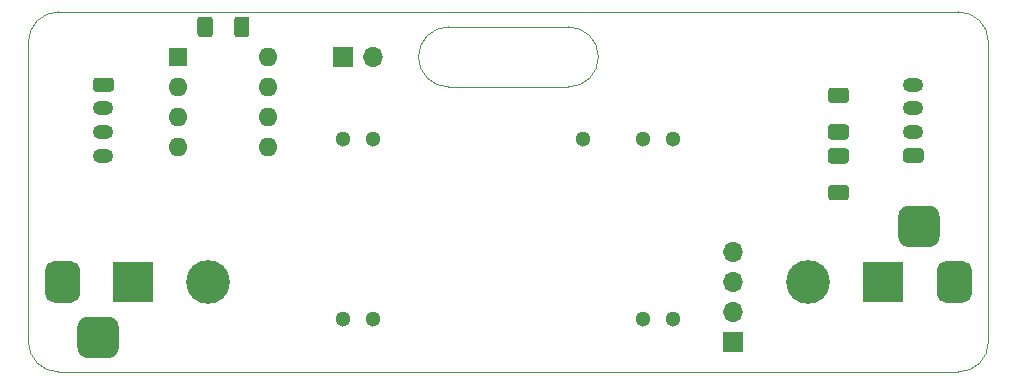
<source format=gbr>
%TF.GenerationSoftware,KiCad,Pcbnew,5.1.8+dfsg1-1+b1*%
%TF.CreationDate,2021-01-25T11:41:01-06:00*%
%TF.ProjectId,driver,64726976-6572-42e6-9b69-6361645f7063,1.0.0*%
%TF.SameCoordinates,Original*%
%TF.FileFunction,Soldermask,Bot*%
%TF.FilePolarity,Negative*%
%FSLAX46Y46*%
G04 Gerber Fmt 4.6, Leading zero omitted, Abs format (unit mm)*
G04 Created by KiCad (PCBNEW 5.1.8+dfsg1-1+b1) date 2021-01-25 11:41:01*
%MOMM*%
%LPD*%
G01*
G04 APERTURE LIST*
%TA.AperFunction,Profile*%
%ADD10C,0.100000*%
%TD*%
%ADD11O,1.750000X1.200000*%
%ADD12C,3.700000*%
%ADD13C,1.300000*%
%ADD14R,3.500000X3.500000*%
%ADD15O,1.600000X1.600000*%
%ADD16R,1.600000X1.600000*%
%ADD17O,1.700000X1.700000*%
%ADD18R,1.700000X1.700000*%
G04 APERTURE END LIST*
D10*
X121920000Y-85090000D02*
G75*
G02*
X119380000Y-82550000I0J2540000D01*
G01*
X165100000Y-78740000D02*
X88900000Y-78740000D01*
X119380000Y-82550000D02*
G75*
G02*
X121920000Y-80010000I2540000J0D01*
G01*
X132080000Y-80010000D02*
G75*
G02*
X134620000Y-82550000I0J-2540000D01*
G01*
X134620000Y-82550000D02*
G75*
G02*
X132080000Y-85090000I-2540000J0D01*
G01*
X132080000Y-80010000D02*
X121920000Y-80010000D01*
X132080000Y-85090000D02*
X121920000Y-85090000D01*
X165100000Y-109220000D02*
X88900000Y-109220000D01*
X86360000Y-81280000D02*
X86360000Y-106680000D01*
X167640000Y-106680000D02*
X167640000Y-81280000D01*
X86360000Y-81280000D02*
G75*
G02*
X88900000Y-78740000I2540000J0D01*
G01*
X88900000Y-109220000D02*
G75*
G02*
X86360000Y-106680000I0J2540000D01*
G01*
X167640000Y-106680000D02*
G75*
G02*
X165100000Y-109220000I-2540000J0D01*
G01*
X165100000Y-78740000D02*
G75*
G02*
X167640000Y-81280000I0J-2540000D01*
G01*
D11*
%TO.C,J1*%
X161290000Y-84900000D03*
X161290000Y-86900000D03*
X161290000Y-88900000D03*
G36*
G01*
X161915001Y-91500000D02*
X160664999Y-91500000D01*
G75*
G02*
X160415000Y-91250001I0J249999D01*
G01*
X160415000Y-90549999D01*
G75*
G02*
X160664999Y-90300000I249999J0D01*
G01*
X161915001Y-90300000D01*
G75*
G02*
X162165000Y-90549999I0J-249999D01*
G01*
X162165000Y-91250001D01*
G75*
G02*
X161915001Y-91500000I-249999J0D01*
G01*
G37*
%TD*%
%TO.C,R4*%
G36*
G01*
X155565001Y-91582000D02*
X154314999Y-91582000D01*
G75*
G02*
X154065000Y-91332001I0J249999D01*
G01*
X154065000Y-90531999D01*
G75*
G02*
X154314999Y-90282000I249999J0D01*
G01*
X155565001Y-90282000D01*
G75*
G02*
X155815000Y-90531999I0J-249999D01*
G01*
X155815000Y-91332001D01*
G75*
G02*
X155565001Y-91582000I-249999J0D01*
G01*
G37*
G36*
G01*
X155565001Y-94682000D02*
X154314999Y-94682000D01*
G75*
G02*
X154065000Y-94432001I0J249999D01*
G01*
X154065000Y-93631999D01*
G75*
G02*
X154314999Y-93382000I249999J0D01*
G01*
X155565001Y-93382000D01*
G75*
G02*
X155815000Y-93631999I0J-249999D01*
G01*
X155815000Y-94432001D01*
G75*
G02*
X155565001Y-94682000I-249999J0D01*
G01*
G37*
%TD*%
%TO.C,R3*%
G36*
G01*
X101970000Y-79384999D02*
X101970000Y-80635001D01*
G75*
G02*
X101720001Y-80885000I-249999J0D01*
G01*
X100919999Y-80885000D01*
G75*
G02*
X100670000Y-80635001I0J249999D01*
G01*
X100670000Y-79384999D01*
G75*
G02*
X100919999Y-79135000I249999J0D01*
G01*
X101720001Y-79135000D01*
G75*
G02*
X101970000Y-79384999I0J-249999D01*
G01*
G37*
G36*
G01*
X105070000Y-79384999D02*
X105070000Y-80635001D01*
G75*
G02*
X104820001Y-80885000I-249999J0D01*
G01*
X104019999Y-80885000D01*
G75*
G02*
X103770000Y-80635001I0J249999D01*
G01*
X103770000Y-79384999D01*
G75*
G02*
X104019999Y-79135000I249999J0D01*
G01*
X104820001Y-79135000D01*
G75*
G02*
X105070000Y-79384999I0J-249999D01*
G01*
G37*
%TD*%
%TO.C,R1*%
G36*
G01*
X155565001Y-86450000D02*
X154314999Y-86450000D01*
G75*
G02*
X154065000Y-86200001I0J249999D01*
G01*
X154065000Y-85399999D01*
G75*
G02*
X154314999Y-85150000I249999J0D01*
G01*
X155565001Y-85150000D01*
G75*
G02*
X155815000Y-85399999I0J-249999D01*
G01*
X155815000Y-86200001D01*
G75*
G02*
X155565001Y-86450000I-249999J0D01*
G01*
G37*
G36*
G01*
X155565001Y-89550000D02*
X154314999Y-89550000D01*
G75*
G02*
X154065000Y-89300001I0J249999D01*
G01*
X154065000Y-88499999D01*
G75*
G02*
X154314999Y-88250000I249999J0D01*
G01*
X155565001Y-88250000D01*
G75*
G02*
X155815000Y-88499999I0J-249999D01*
G01*
X155815000Y-89300001D01*
G75*
G02*
X155565001Y-89550000I-249999J0D01*
G01*
G37*
%TD*%
D12*
%TO.C,REF\u002A\u002A*%
X152400000Y-101600000D03*
%TD*%
%TO.C,REF\u002A\u002A*%
X101600000Y-101600000D03*
%TD*%
D13*
%TO.C,J6*%
X140970000Y-89535000D03*
X138430000Y-89535000D03*
X133350000Y-89535000D03*
X115570000Y-89535000D03*
X113030000Y-89535000D03*
X113030000Y-104775000D03*
X115570000Y-104775000D03*
X138430000Y-104775000D03*
X140970000Y-104775000D03*
%TD*%
D14*
%TO.C,J4*%
X95250000Y-101600000D03*
G36*
G01*
X87750000Y-102600000D02*
X87750000Y-100600000D01*
G75*
G02*
X88500000Y-99850000I750000J0D01*
G01*
X90000000Y-99850000D01*
G75*
G02*
X90750000Y-100600000I0J-750000D01*
G01*
X90750000Y-102600000D01*
G75*
G02*
X90000000Y-103350000I-750000J0D01*
G01*
X88500000Y-103350000D01*
G75*
G02*
X87750000Y-102600000I0J750000D01*
G01*
G37*
G36*
G01*
X90500000Y-107175000D02*
X90500000Y-105425000D01*
G75*
G02*
X91375000Y-104550000I875000J0D01*
G01*
X93125000Y-104550000D01*
G75*
G02*
X94000000Y-105425000I0J-875000D01*
G01*
X94000000Y-107175000D01*
G75*
G02*
X93125000Y-108050000I-875000J0D01*
G01*
X91375000Y-108050000D01*
G75*
G02*
X90500000Y-107175000I0J875000D01*
G01*
G37*
%TD*%
%TO.C,J3*%
G36*
G01*
X163500000Y-96025000D02*
X163500000Y-97775000D01*
G75*
G02*
X162625000Y-98650000I-875000J0D01*
G01*
X160875000Y-98650000D01*
G75*
G02*
X160000000Y-97775000I0J875000D01*
G01*
X160000000Y-96025000D01*
G75*
G02*
X160875000Y-95150000I875000J0D01*
G01*
X162625000Y-95150000D01*
G75*
G02*
X163500000Y-96025000I0J-875000D01*
G01*
G37*
G36*
G01*
X166250000Y-100600000D02*
X166250000Y-102600000D01*
G75*
G02*
X165500000Y-103350000I-750000J0D01*
G01*
X164000000Y-103350000D01*
G75*
G02*
X163250000Y-102600000I0J750000D01*
G01*
X163250000Y-100600000D01*
G75*
G02*
X164000000Y-99850000I750000J0D01*
G01*
X165500000Y-99850000D01*
G75*
G02*
X166250000Y-100600000I0J-750000D01*
G01*
G37*
X158750000Y-101600000D03*
%TD*%
D11*
%TO.C,J2*%
X92710000Y-90900000D03*
X92710000Y-88900000D03*
X92710000Y-86900000D03*
G36*
G01*
X92084999Y-84300000D02*
X93335001Y-84300000D01*
G75*
G02*
X93585000Y-84549999I0J-249999D01*
G01*
X93585000Y-85250001D01*
G75*
G02*
X93335001Y-85500000I-249999J0D01*
G01*
X92084999Y-85500000D01*
G75*
G02*
X91835000Y-85250001I0J249999D01*
G01*
X91835000Y-84549999D01*
G75*
G02*
X92084999Y-84300000I249999J0D01*
G01*
G37*
%TD*%
D15*
%TO.C,U1*%
X106680000Y-82550000D03*
X99060000Y-90170000D03*
X106680000Y-85090000D03*
X99060000Y-87630000D03*
X106680000Y-87630000D03*
X99060000Y-85090000D03*
X106680000Y-90170000D03*
D16*
X99060000Y-82550000D03*
%TD*%
D17*
%TO.C,J5*%
X146050000Y-99060000D03*
X146050000Y-101600000D03*
X146050000Y-104140000D03*
D18*
X146050000Y-106680000D03*
%TD*%
%TO.C,J7*%
X113030000Y-82550000D03*
D17*
X115570000Y-82550000D03*
%TD*%
M02*

</source>
